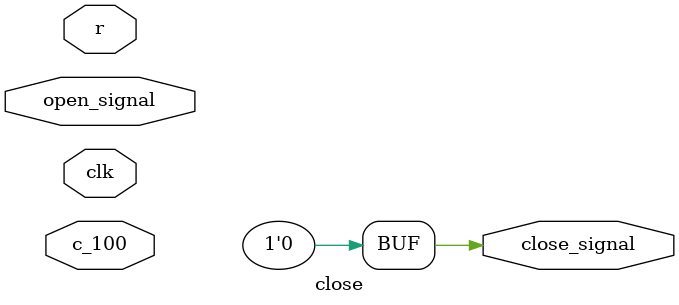
<source format=v>
module close(clk, close_signal, open_signal, c_100, r);
/*
当 c_100下降沿代表可以关门
*/
input clk;
input open_signal, c_100, r;//open_signal开门驱动信号, c_100关门提示脉冲, r为人按开门按钮
output close_signal = 0;

reg close_en = 0;//close_en允许关门


parameter close_pre = 5'b00110;
parameter close_time = 5'b11111;//关门时间设定,cnt在5'b00110驱动,给一定反应时间,避免事故
reg[4:0] cnt = 5'b00000;
reg close_signal = 0;
reg[1:0] s = 2'b00;
parameter s0 = 2'b00, s1 = 2'b01, s2 = 2'b11;


always@ (posedge clk)
begin
case(s)
s0:if(c_100 == 1 && close_en == 1) s = s1;
	else s = s0;
	
s1:if(c_100 == 0)
		begin//关门
			if(cnt < close_pre) cnt <= cnt+1;
			else begin
					s = s2;
					close_signal = 1;
					end
		end

s2:if(cnt < close_time) cnt <= cnt+1;
	else begin
				cnt <= 0;
				close_signal = 0;
				s = s0;
		  end

default: ;
endcase
  
end

always@ (posedge open_signal, negedge close_signal)
if(open_signal) close_en = 1;
else close_en = 0;


endmodule
</source>
